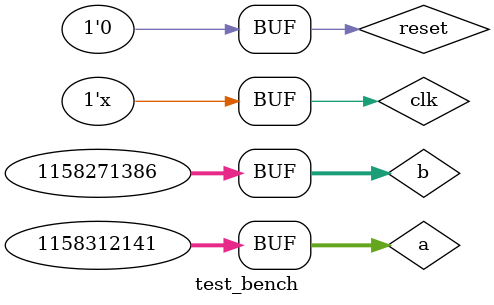
<source format=v>
`timescale 1ns / 1ps

module test_bench;

	// Inputs
	reg clk,reset;
	reg [31:0] a;
	reg [31:0] b;

	// Outputs
	wire [31:0] fprod;

	// Instantiate the Unit Under Test (UUT)
	fpmul uut ( 
		.clk(clk), 
		.reset(reset),
		.a(a),
		.b(b),
		.fprod(fprod)
	);

	initial begin
		// Initialize Inputs
		clk = 0;
		reset = 0;
		a = 0;
		b = 0;

		// Wait 100 ns for global reset to finish
		#100;
        	clk = 0;//01000001101010010100011110101110==21.16
		a = 32'b11000000100100110011001100110011;//-4.6;
		b = 32'b11000000100100110011001100110011;//-4.6
		// Add stimulus here
#200;
		    	clk = 0;//11000000001100001010001111010111==-2.76
		a = 32'b11000000100100110011001100110011;//-4.6;
		b = 32'b00111111000110011001100110011010;//0.6
		// Add stimulus here
#300;

    	clk = 0;//10111111111101011100001010001111==-1.92
		a = 32'b01000000010011001100110011001101;//3.2;
		b = 32'b10111111000110011001100110011010;//-0.6
		// Add stimulus here
#400;
 	clk = 0;//01001010100101010000111101101110==4884407.0
		a = 32'b01000101000010100111000011001101;//2215.05;
		b = 32'b01000101000010011101000110011010;//2205.10
		// Add stimulus here
#500;
	end	
     always #50 clk=(~clk);  
endmodule

</source>
